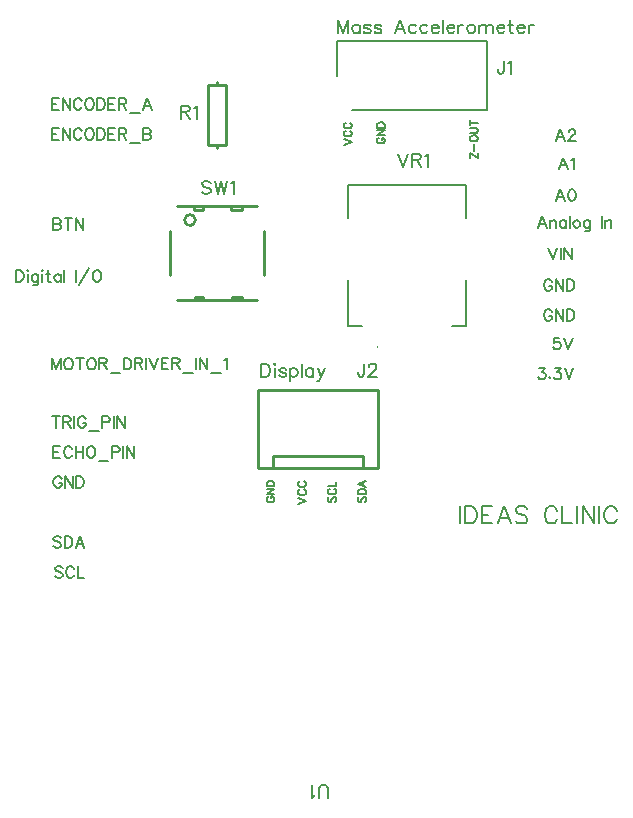
<source format=gto>
G04 Layer: TopSilkscreenLayer*
G04 EasyEDA v6.5.50, 2025-07-31 09:17:27*
G04 a04e246fe33543dbb79078118b7d9401,9fc561ef3718428cb41126dab8e1c2a1,10*
G04 Gerber Generator version 0.2*
G04 Scale: 100 percent, Rotated: No, Reflected: No *
G04 Dimensions in millimeters *
G04 leading zeros omitted , absolute positions ,4 integer and 5 decimal *
%FSLAX45Y45*%
%MOMM*%

%ADD10C,0.2032*%
%ADD11C,0.1520*%
%ADD12C,0.1524*%
%ADD13C,0.1999*%
%ADD14C,0.2540*%
%ADD15C,0.1001*%
%ADD16C,0.0160*%

%LPD*%
D10*
X4572000Y-7938515D02*
G01*
X4572000Y-8081771D01*
X4616958Y-7938515D02*
G01*
X4616958Y-8081771D01*
X4616958Y-7938515D02*
G01*
X4664709Y-7938515D01*
X4685284Y-7945373D01*
X4698745Y-7959089D01*
X4705604Y-7972552D01*
X4712461Y-7993126D01*
X4712461Y-8027162D01*
X4705604Y-8047736D01*
X4698745Y-8061197D01*
X4685284Y-8074913D01*
X4664709Y-8081771D01*
X4616958Y-8081771D01*
X4757420Y-7938515D02*
G01*
X4757420Y-8081771D01*
X4757420Y-7938515D02*
G01*
X4846065Y-7938515D01*
X4757420Y-8006842D02*
G01*
X4812029Y-8006842D01*
X4757420Y-8081771D02*
G01*
X4846065Y-8081771D01*
X4945634Y-7938515D02*
G01*
X4891024Y-8081771D01*
X4945634Y-7938515D02*
G01*
X5000243Y-8081771D01*
X4911597Y-8034020D02*
G01*
X4979670Y-8034020D01*
X5140706Y-7959089D02*
G01*
X5126990Y-7945373D01*
X5106670Y-7938515D01*
X5079238Y-7938515D01*
X5058918Y-7945373D01*
X5045202Y-7959089D01*
X5045202Y-7972552D01*
X5052059Y-7986268D01*
X5058918Y-7993126D01*
X5072379Y-7999984D01*
X5113274Y-8013445D01*
X5126990Y-8020304D01*
X5133847Y-8027162D01*
X5140706Y-8040878D01*
X5140706Y-8061197D01*
X5126990Y-8074913D01*
X5106670Y-8081771D01*
X5079238Y-8081771D01*
X5058918Y-8074913D01*
X5045202Y-8061197D01*
X5392927Y-7972552D02*
G01*
X5386070Y-7959089D01*
X5372354Y-7945373D01*
X5358891Y-7938515D01*
X5331459Y-7938515D01*
X5317997Y-7945373D01*
X5304281Y-7959089D01*
X5297424Y-7972552D01*
X5290565Y-7993126D01*
X5290565Y-8027162D01*
X5297424Y-8047736D01*
X5304281Y-8061197D01*
X5317997Y-8074913D01*
X5331459Y-8081771D01*
X5358891Y-8081771D01*
X5372354Y-8074913D01*
X5386070Y-8061197D01*
X5392927Y-8047736D01*
X5437886Y-7938515D02*
G01*
X5437886Y-8081771D01*
X5437886Y-8081771D02*
G01*
X5519674Y-8081771D01*
X5564631Y-7938515D02*
G01*
X5564631Y-8081771D01*
X5609843Y-7938515D02*
G01*
X5609843Y-8081771D01*
X5609843Y-7938515D02*
G01*
X5705093Y-8081771D01*
X5705093Y-7938515D02*
G01*
X5705093Y-8081771D01*
X5750306Y-7938515D02*
G01*
X5750306Y-8081771D01*
X5897372Y-7972552D02*
G01*
X5890513Y-7959089D01*
X5877052Y-7945373D01*
X5863336Y-7938515D01*
X5836158Y-7938515D01*
X5822441Y-7945373D01*
X5808725Y-7959089D01*
X5802122Y-7972552D01*
X5795263Y-7993126D01*
X5795263Y-8027162D01*
X5802122Y-8047736D01*
X5808725Y-8061197D01*
X5822441Y-8074913D01*
X5836158Y-8081771D01*
X5863336Y-8081771D01*
X5877052Y-8074913D01*
X5890513Y-8061197D01*
X5897372Y-8047736D01*
X2950806Y-7853464D02*
G01*
X2944202Y-7856766D01*
X2937852Y-7863116D01*
X2934804Y-7869466D01*
X2934804Y-7882166D01*
X2937852Y-7888516D01*
X2944202Y-7894866D01*
X2950806Y-7897914D01*
X2960204Y-7901216D01*
X2976206Y-7901216D01*
X2985604Y-7897914D01*
X2991954Y-7894866D01*
X2998304Y-7888516D01*
X3001606Y-7882166D01*
X3001606Y-7869466D01*
X2998304Y-7863116D01*
X2991954Y-7856766D01*
X2985604Y-7853464D01*
X2976206Y-7853464D01*
X2976206Y-7869466D02*
G01*
X2976206Y-7853464D01*
X2934804Y-7832382D02*
G01*
X3001606Y-7832382D01*
X2934804Y-7832382D02*
G01*
X3001606Y-7787932D01*
X2934804Y-7787932D02*
G01*
X3001606Y-7787932D01*
X2934804Y-7766850D02*
G01*
X3001606Y-7766850D01*
X2934804Y-7766850D02*
G01*
X2934804Y-7744752D01*
X2937852Y-7735100D01*
X2944202Y-7728750D01*
X2950806Y-7725702D01*
X2960204Y-7722400D01*
X2976206Y-7722400D01*
X2985604Y-7725702D01*
X2991954Y-7728750D01*
X2998304Y-7735100D01*
X3001606Y-7744752D01*
X3001606Y-7766850D01*
X3201504Y-7913916D02*
G01*
X3268306Y-7888516D01*
X3201504Y-7863116D02*
G01*
X3268306Y-7888516D01*
X3217506Y-7794282D02*
G01*
X3210902Y-7797584D01*
X3204552Y-7803934D01*
X3201504Y-7810284D01*
X3201504Y-7822984D01*
X3204552Y-7829334D01*
X3210902Y-7835684D01*
X3217506Y-7838732D01*
X3226904Y-7842034D01*
X3242906Y-7842034D01*
X3252304Y-7838732D01*
X3258654Y-7835684D01*
X3265004Y-7829334D01*
X3268306Y-7822984D01*
X3268306Y-7810284D01*
X3265004Y-7803934D01*
X3258654Y-7797584D01*
X3252304Y-7794282D01*
X3217506Y-7725448D02*
G01*
X3210902Y-7728750D01*
X3204552Y-7735100D01*
X3201504Y-7741450D01*
X3201504Y-7754150D01*
X3204552Y-7760500D01*
X3210902Y-7766850D01*
X3217506Y-7770152D01*
X3226904Y-7773200D01*
X3242906Y-7773200D01*
X3252304Y-7770152D01*
X3258654Y-7766850D01*
X3265004Y-7760500D01*
X3268306Y-7754150D01*
X3268306Y-7741450D01*
X3265004Y-7735100D01*
X3258654Y-7728750D01*
X3252304Y-7725448D01*
X3464902Y-7856766D02*
G01*
X3458552Y-7863116D01*
X3455504Y-7872514D01*
X3455504Y-7885214D01*
X3458552Y-7894866D01*
X3464902Y-7901216D01*
X3471506Y-7901216D01*
X3477856Y-7897914D01*
X3480904Y-7894866D01*
X3484206Y-7888516D01*
X3490556Y-7869466D01*
X3493604Y-7863116D01*
X3496906Y-7859814D01*
X3503256Y-7856766D01*
X3512654Y-7856766D01*
X3519004Y-7863116D01*
X3522306Y-7872514D01*
X3522306Y-7885214D01*
X3519004Y-7894866D01*
X3512654Y-7901216D01*
X3471506Y-7787932D02*
G01*
X3464902Y-7791234D01*
X3458552Y-7797584D01*
X3455504Y-7803934D01*
X3455504Y-7816634D01*
X3458552Y-7822984D01*
X3464902Y-7829334D01*
X3471506Y-7832382D01*
X3480904Y-7835684D01*
X3496906Y-7835684D01*
X3506304Y-7832382D01*
X3512654Y-7829334D01*
X3519004Y-7822984D01*
X3522306Y-7816634D01*
X3522306Y-7803934D01*
X3519004Y-7797584D01*
X3512654Y-7791234D01*
X3506304Y-7787932D01*
X3455504Y-7766850D02*
G01*
X3522306Y-7766850D01*
X3522306Y-7766850D02*
G01*
X3522306Y-7728750D01*
X3718902Y-7856766D02*
G01*
X3712552Y-7863116D01*
X3709504Y-7872514D01*
X3709504Y-7885214D01*
X3712552Y-7894866D01*
X3718902Y-7901216D01*
X3725506Y-7901216D01*
X3731856Y-7897914D01*
X3734904Y-7894866D01*
X3738206Y-7888516D01*
X3744556Y-7869466D01*
X3747604Y-7863116D01*
X3750906Y-7859814D01*
X3757256Y-7856766D01*
X3766654Y-7856766D01*
X3773004Y-7863116D01*
X3776306Y-7872514D01*
X3776306Y-7885214D01*
X3773004Y-7894866D01*
X3766654Y-7901216D01*
X3709504Y-7835684D02*
G01*
X3776306Y-7835684D01*
X3709504Y-7835684D02*
G01*
X3709504Y-7813332D01*
X3712552Y-7803934D01*
X3718902Y-7797584D01*
X3725506Y-7794282D01*
X3734904Y-7791234D01*
X3750906Y-7791234D01*
X3760304Y-7794282D01*
X3766654Y-7797584D01*
X3773004Y-7803934D01*
X3776306Y-7813332D01*
X3776306Y-7835684D01*
X3709504Y-7744752D02*
G01*
X3776306Y-7770152D01*
X3709504Y-7744752D02*
G01*
X3776306Y-7719098D01*
X3753954Y-7760500D02*
G01*
X3753954Y-7728750D01*
X3588613Y-4876805D02*
G01*
X3655415Y-4851405D01*
X3588613Y-4826005D02*
G01*
X3655415Y-4851405D01*
X3604615Y-4757171D02*
G01*
X3598011Y-4760473D01*
X3591661Y-4766823D01*
X3588613Y-4773173D01*
X3588613Y-4785873D01*
X3591661Y-4792223D01*
X3598011Y-4798573D01*
X3604615Y-4801621D01*
X3614013Y-4804923D01*
X3630015Y-4804923D01*
X3639413Y-4801621D01*
X3645763Y-4798573D01*
X3652113Y-4792223D01*
X3655415Y-4785873D01*
X3655415Y-4773173D01*
X3652113Y-4766823D01*
X3645763Y-4760473D01*
X3639413Y-4757171D01*
X3604615Y-4688337D02*
G01*
X3598011Y-4691639D01*
X3591661Y-4697989D01*
X3588613Y-4704339D01*
X3588613Y-4717039D01*
X3591661Y-4723389D01*
X3598011Y-4729739D01*
X3604615Y-4733041D01*
X3614013Y-4736089D01*
X3630015Y-4736089D01*
X3639413Y-4733041D01*
X3645763Y-4729739D01*
X3652113Y-4723389D01*
X3655415Y-4717039D01*
X3655415Y-4704339D01*
X3652113Y-4697989D01*
X3645763Y-4691639D01*
X3639413Y-4688337D01*
X3884015Y-4816353D02*
G01*
X3877411Y-4819655D01*
X3871061Y-4826005D01*
X3868013Y-4832355D01*
X3868013Y-4845055D01*
X3871061Y-4851405D01*
X3877411Y-4857755D01*
X3884015Y-4860803D01*
X3893413Y-4864105D01*
X3909415Y-4864105D01*
X3918813Y-4860803D01*
X3925163Y-4857755D01*
X3931513Y-4851405D01*
X3934815Y-4845055D01*
X3934815Y-4832355D01*
X3931513Y-4826005D01*
X3925163Y-4819655D01*
X3918813Y-4816353D01*
X3909415Y-4816353D01*
X3909415Y-4832355D02*
G01*
X3909415Y-4816353D01*
X3868013Y-4795271D02*
G01*
X3934815Y-4795271D01*
X3868013Y-4795271D02*
G01*
X3934815Y-4750821D01*
X3868013Y-4750821D02*
G01*
X3934815Y-4750821D01*
X3868013Y-4729739D02*
G01*
X3934815Y-4729739D01*
X3868013Y-4729739D02*
G01*
X3868013Y-4707641D01*
X3871061Y-4697989D01*
X3877411Y-4691639D01*
X3884015Y-4688591D01*
X3893413Y-4685289D01*
X3909415Y-4685289D01*
X3918813Y-4688591D01*
X3925163Y-4691639D01*
X3931513Y-4697989D01*
X3934815Y-4707641D01*
X3934815Y-4729739D01*
X4655413Y-4946655D02*
G01*
X4722215Y-4991105D01*
X4655413Y-4991105D02*
G01*
X4655413Y-4946655D01*
X4722215Y-4991105D02*
G01*
X4722215Y-4946655D01*
X4693513Y-4925573D02*
G01*
X4693513Y-4868169D01*
X4655413Y-4828291D02*
G01*
X4658461Y-4834641D01*
X4664811Y-4840991D01*
X4671415Y-4844039D01*
X4680813Y-4847341D01*
X4696815Y-4847341D01*
X4706213Y-4844039D01*
X4712563Y-4840991D01*
X4718913Y-4834641D01*
X4722215Y-4828291D01*
X4722215Y-4815591D01*
X4718913Y-4808987D01*
X4712563Y-4802637D01*
X4706213Y-4799589D01*
X4696815Y-4796287D01*
X4680813Y-4796287D01*
X4671415Y-4799589D01*
X4664811Y-4802637D01*
X4658461Y-4808987D01*
X4655413Y-4815591D01*
X4655413Y-4828291D01*
X4655413Y-4775459D02*
G01*
X4703165Y-4775459D01*
X4712563Y-4772157D01*
X4718913Y-4765807D01*
X4722215Y-4756409D01*
X4722215Y-4749805D01*
X4718913Y-4740407D01*
X4712563Y-4734057D01*
X4703165Y-4730755D01*
X4655413Y-4730755D01*
X4655413Y-4687575D02*
G01*
X4722215Y-4687575D01*
X4655413Y-4709927D02*
G01*
X4655413Y-4665223D01*
D11*
X2891116Y-6731800D02*
G01*
X2891116Y-6840766D01*
X2891116Y-6731800D02*
G01*
X2927438Y-6731800D01*
X2943186Y-6736880D01*
X2953346Y-6747294D01*
X2958680Y-6757708D01*
X2963760Y-6773456D01*
X2963760Y-6799364D01*
X2958680Y-6814858D01*
X2953346Y-6825272D01*
X2943186Y-6835686D01*
X2927438Y-6840766D01*
X2891116Y-6840766D01*
X2998050Y-6731800D02*
G01*
X3003384Y-6736880D01*
X3008464Y-6731800D01*
X3003384Y-6726466D01*
X2998050Y-6731800D01*
X3003384Y-6768122D02*
G01*
X3003384Y-6840766D01*
X3099904Y-6783616D02*
G01*
X3094824Y-6773456D01*
X3079076Y-6768122D01*
X3063582Y-6768122D01*
X3048088Y-6773456D01*
X3042754Y-6783616D01*
X3048088Y-6794030D01*
X3058502Y-6799364D01*
X3084410Y-6804444D01*
X3094824Y-6809778D01*
X3099904Y-6820192D01*
X3099904Y-6825272D01*
X3094824Y-6835686D01*
X3079076Y-6840766D01*
X3063582Y-6840766D01*
X3048088Y-6835686D01*
X3042754Y-6825272D01*
X3134194Y-6768122D02*
G01*
X3134194Y-6877342D01*
X3134194Y-6783616D02*
G01*
X3144608Y-6773456D01*
X3155022Y-6768122D01*
X3170516Y-6768122D01*
X3180930Y-6773456D01*
X3191344Y-6783616D01*
X3196678Y-6799364D01*
X3196678Y-6809778D01*
X3191344Y-6825272D01*
X3180930Y-6835686D01*
X3170516Y-6840766D01*
X3155022Y-6840766D01*
X3144608Y-6835686D01*
X3134194Y-6825272D01*
X3230968Y-6731800D02*
G01*
X3230968Y-6840766D01*
X3327488Y-6768122D02*
G01*
X3327488Y-6840766D01*
X3327488Y-6783616D02*
G01*
X3317074Y-6773456D01*
X3306660Y-6768122D01*
X3291166Y-6768122D01*
X3280752Y-6773456D01*
X3270338Y-6783616D01*
X3265258Y-6799364D01*
X3265258Y-6809778D01*
X3270338Y-6825272D01*
X3280752Y-6835686D01*
X3291166Y-6840766D01*
X3306660Y-6840766D01*
X3317074Y-6835686D01*
X3327488Y-6825272D01*
X3367112Y-6768122D02*
G01*
X3398100Y-6840766D01*
X3429342Y-6768122D02*
G01*
X3398100Y-6840766D01*
X3387686Y-6861594D01*
X3377526Y-6872008D01*
X3367112Y-6877342D01*
X3361778Y-6877342D01*
X3543300Y-3821689D02*
G01*
X3543300Y-3930655D01*
X3543300Y-3821689D02*
G01*
X3584956Y-3930655D01*
X3626358Y-3821689D02*
G01*
X3584956Y-3930655D01*
X3626358Y-3821689D02*
G01*
X3626358Y-3930655D01*
X3723131Y-3858011D02*
G01*
X3723131Y-3930655D01*
X3723131Y-3873505D02*
G01*
X3712718Y-3863345D01*
X3702304Y-3858011D01*
X3686809Y-3858011D01*
X3676395Y-3863345D01*
X3665981Y-3873505D01*
X3660647Y-3889253D01*
X3660647Y-3899667D01*
X3665981Y-3915161D01*
X3676395Y-3925575D01*
X3686809Y-3930655D01*
X3702304Y-3930655D01*
X3712718Y-3925575D01*
X3723131Y-3915161D01*
X3814572Y-3873505D02*
G01*
X3809238Y-3863345D01*
X3793743Y-3858011D01*
X3778250Y-3858011D01*
X3762502Y-3863345D01*
X3757422Y-3873505D01*
X3762502Y-3883919D01*
X3772915Y-3889253D01*
X3798824Y-3894333D01*
X3809238Y-3899667D01*
X3814572Y-3910081D01*
X3814572Y-3915161D01*
X3809238Y-3925575D01*
X3793743Y-3930655D01*
X3778250Y-3930655D01*
X3762502Y-3925575D01*
X3757422Y-3915161D01*
X3906011Y-3873505D02*
G01*
X3900677Y-3863345D01*
X3885184Y-3858011D01*
X3869690Y-3858011D01*
X3853941Y-3863345D01*
X3848861Y-3873505D01*
X3853941Y-3883919D01*
X3864356Y-3889253D01*
X3890263Y-3894333D01*
X3900677Y-3899667D01*
X3906011Y-3910081D01*
X3906011Y-3915161D01*
X3900677Y-3925575D01*
X3885184Y-3930655D01*
X3869690Y-3930655D01*
X3853941Y-3925575D01*
X3848861Y-3915161D01*
X4061713Y-3821689D02*
G01*
X4020311Y-3930655D01*
X4061713Y-3821689D02*
G01*
X4103370Y-3930655D01*
X4035806Y-3894333D02*
G01*
X4087875Y-3894333D01*
X4199890Y-3873505D02*
G01*
X4189729Y-3863345D01*
X4179315Y-3858011D01*
X4163568Y-3858011D01*
X4153154Y-3863345D01*
X4142740Y-3873505D01*
X4137659Y-3889253D01*
X4137659Y-3899667D01*
X4142740Y-3915161D01*
X4153154Y-3925575D01*
X4163568Y-3930655D01*
X4179315Y-3930655D01*
X4189729Y-3925575D01*
X4199890Y-3915161D01*
X4296663Y-3873505D02*
G01*
X4286250Y-3863345D01*
X4275836Y-3858011D01*
X4260341Y-3858011D01*
X4249927Y-3863345D01*
X4239513Y-3873505D01*
X4234179Y-3889253D01*
X4234179Y-3899667D01*
X4239513Y-3915161D01*
X4249927Y-3925575D01*
X4260341Y-3930655D01*
X4275836Y-3930655D01*
X4286250Y-3925575D01*
X4296663Y-3915161D01*
X4330954Y-3889253D02*
G01*
X4393184Y-3889253D01*
X4393184Y-3878839D01*
X4388104Y-3868425D01*
X4382770Y-3863345D01*
X4372609Y-3858011D01*
X4356861Y-3858011D01*
X4346447Y-3863345D01*
X4336034Y-3873505D01*
X4330954Y-3889253D01*
X4330954Y-3899667D01*
X4336034Y-3915161D01*
X4346447Y-3925575D01*
X4356861Y-3930655D01*
X4372609Y-3930655D01*
X4382770Y-3925575D01*
X4393184Y-3915161D01*
X4427474Y-3821689D02*
G01*
X4427474Y-3930655D01*
X4461763Y-3889253D02*
G01*
X4524247Y-3889253D01*
X4524247Y-3878839D01*
X4518913Y-3868425D01*
X4513834Y-3863345D01*
X4503420Y-3858011D01*
X4487925Y-3858011D01*
X4477511Y-3863345D01*
X4467097Y-3873505D01*
X4461763Y-3889253D01*
X4461763Y-3899667D01*
X4467097Y-3915161D01*
X4477511Y-3925575D01*
X4487925Y-3930655D01*
X4503420Y-3930655D01*
X4513834Y-3925575D01*
X4524247Y-3915161D01*
X4558538Y-3858011D02*
G01*
X4558538Y-3930655D01*
X4558538Y-3889253D02*
G01*
X4563618Y-3873505D01*
X4574031Y-3863345D01*
X4584445Y-3858011D01*
X4599940Y-3858011D01*
X4660391Y-3858011D02*
G01*
X4649977Y-3863345D01*
X4639563Y-3873505D01*
X4634229Y-3889253D01*
X4634229Y-3899667D01*
X4639563Y-3915161D01*
X4649977Y-3925575D01*
X4660391Y-3930655D01*
X4675886Y-3930655D01*
X4686300Y-3925575D01*
X4696713Y-3915161D01*
X4701793Y-3899667D01*
X4701793Y-3889253D01*
X4696713Y-3873505D01*
X4686300Y-3863345D01*
X4675886Y-3858011D01*
X4660391Y-3858011D01*
X4736084Y-3858011D02*
G01*
X4736084Y-3930655D01*
X4736084Y-3878839D02*
G01*
X4751831Y-3863345D01*
X4762245Y-3858011D01*
X4777740Y-3858011D01*
X4788154Y-3863345D01*
X4793234Y-3878839D01*
X4793234Y-3930655D01*
X4793234Y-3878839D02*
G01*
X4808981Y-3863345D01*
X4819395Y-3858011D01*
X4834890Y-3858011D01*
X4845304Y-3863345D01*
X4850384Y-3878839D01*
X4850384Y-3930655D01*
X4884674Y-3889253D02*
G01*
X4947158Y-3889253D01*
X4947158Y-3878839D01*
X4941824Y-3868425D01*
X4936743Y-3863345D01*
X4926329Y-3858011D01*
X4910836Y-3858011D01*
X4900422Y-3863345D01*
X4890008Y-3873505D01*
X4884674Y-3889253D01*
X4884674Y-3899667D01*
X4890008Y-3915161D01*
X4900422Y-3925575D01*
X4910836Y-3930655D01*
X4926329Y-3930655D01*
X4936743Y-3925575D01*
X4947158Y-3915161D01*
X4996941Y-3821689D02*
G01*
X4996941Y-3910081D01*
X5002275Y-3925575D01*
X5012690Y-3930655D01*
X5022850Y-3930655D01*
X4981447Y-3858011D02*
G01*
X5017770Y-3858011D01*
X5057140Y-3889253D02*
G01*
X5119624Y-3889253D01*
X5119624Y-3878839D01*
X5114290Y-3868425D01*
X5109209Y-3863345D01*
X5098795Y-3858011D01*
X5083302Y-3858011D01*
X5072888Y-3863345D01*
X5062474Y-3873505D01*
X5057140Y-3889253D01*
X5057140Y-3899667D01*
X5062474Y-3915161D01*
X5072888Y-3925575D01*
X5083302Y-3930655D01*
X5098795Y-3930655D01*
X5109209Y-3925575D01*
X5119624Y-3915161D01*
X5153913Y-3858011D02*
G01*
X5153913Y-3930655D01*
X5153913Y-3889253D02*
G01*
X5158993Y-3873505D01*
X5169408Y-3863345D01*
X5179822Y-3858011D01*
X5195570Y-3858011D01*
D12*
X3454400Y-10403331D02*
G01*
X3454400Y-10325354D01*
X3449320Y-10309860D01*
X3438906Y-10299445D01*
X3423158Y-10294365D01*
X3412743Y-10294365D01*
X3397250Y-10299445D01*
X3386836Y-10309860D01*
X3381756Y-10325354D01*
X3381756Y-10403331D01*
X3347465Y-10382504D02*
G01*
X3337052Y-10387837D01*
X3321304Y-10403331D01*
X3321304Y-10294365D01*
X1206754Y-8459724D02*
G01*
X1197610Y-8450834D01*
X1183894Y-8446262D01*
X1165605Y-8446262D01*
X1152144Y-8450834D01*
X1143000Y-8459724D01*
X1143000Y-8468868D01*
X1147571Y-8478012D01*
X1152144Y-8482584D01*
X1161287Y-8487155D01*
X1188465Y-8496300D01*
X1197610Y-8500618D01*
X1202181Y-8505189D01*
X1206754Y-8514334D01*
X1206754Y-8528050D01*
X1197610Y-8537194D01*
X1183894Y-8541765D01*
X1165605Y-8541765D01*
X1152144Y-8537194D01*
X1143000Y-8528050D01*
X1304797Y-8468868D02*
G01*
X1300226Y-8459724D01*
X1291081Y-8450834D01*
X1282192Y-8446262D01*
X1263904Y-8446262D01*
X1254760Y-8450834D01*
X1245615Y-8459724D01*
X1241297Y-8468868D01*
X1236726Y-8482584D01*
X1236726Y-8505189D01*
X1241297Y-8518905D01*
X1245615Y-8528050D01*
X1254760Y-8537194D01*
X1263904Y-8541765D01*
X1282192Y-8541765D01*
X1291081Y-8537194D01*
X1300226Y-8528050D01*
X1304797Y-8518905D01*
X1334770Y-8446262D02*
G01*
X1334770Y-8541765D01*
X1334770Y-8541765D02*
G01*
X1389379Y-8541765D01*
X1194054Y-8205723D02*
G01*
X1184910Y-8196834D01*
X1171194Y-8192262D01*
X1152905Y-8192262D01*
X1139444Y-8196834D01*
X1130300Y-8205723D01*
X1130300Y-8214868D01*
X1134871Y-8224012D01*
X1139444Y-8228584D01*
X1148587Y-8233155D01*
X1175765Y-8242300D01*
X1184910Y-8246618D01*
X1189481Y-8251189D01*
X1194054Y-8260334D01*
X1194054Y-8274050D01*
X1184910Y-8283194D01*
X1171194Y-8287765D01*
X1152905Y-8287765D01*
X1139444Y-8283194D01*
X1130300Y-8274050D01*
X1224026Y-8192262D02*
G01*
X1224026Y-8287765D01*
X1224026Y-8192262D02*
G01*
X1255776Y-8192262D01*
X1269492Y-8196834D01*
X1278381Y-8205723D01*
X1282954Y-8214868D01*
X1287526Y-8228584D01*
X1287526Y-8251189D01*
X1282954Y-8264905D01*
X1278381Y-8274050D01*
X1269492Y-8283194D01*
X1255776Y-8287765D01*
X1224026Y-8287765D01*
X1353820Y-8192262D02*
G01*
X1317497Y-8287765D01*
X1353820Y-8192262D02*
G01*
X1390395Y-8287765D01*
X1331213Y-8255762D02*
G01*
X1376679Y-8255762D01*
X1130300Y-7430262D02*
G01*
X1130300Y-7525765D01*
X1130300Y-7430262D02*
G01*
X1189481Y-7430262D01*
X1130300Y-7475728D02*
G01*
X1166621Y-7475728D01*
X1130300Y-7525765D02*
G01*
X1189481Y-7525765D01*
X1287526Y-7452868D02*
G01*
X1282954Y-7443723D01*
X1273810Y-7434834D01*
X1264920Y-7430262D01*
X1246631Y-7430262D01*
X1237487Y-7434834D01*
X1228597Y-7443723D01*
X1224026Y-7452868D01*
X1219454Y-7466584D01*
X1219454Y-7489189D01*
X1224026Y-7502905D01*
X1228597Y-7512050D01*
X1237487Y-7521194D01*
X1246631Y-7525765D01*
X1264920Y-7525765D01*
X1273810Y-7521194D01*
X1282954Y-7512050D01*
X1287526Y-7502905D01*
X1317497Y-7430262D02*
G01*
X1317497Y-7525765D01*
X1381252Y-7430262D02*
G01*
X1381252Y-7525765D01*
X1317497Y-7475728D02*
G01*
X1381252Y-7475728D01*
X1438402Y-7430262D02*
G01*
X1429512Y-7434834D01*
X1420368Y-7443723D01*
X1415795Y-7452868D01*
X1411223Y-7466584D01*
X1411223Y-7489189D01*
X1415795Y-7502905D01*
X1420368Y-7512050D01*
X1429512Y-7521194D01*
X1438402Y-7525765D01*
X1456689Y-7525765D01*
X1465834Y-7521194D01*
X1474723Y-7512050D01*
X1479295Y-7502905D01*
X1483868Y-7489189D01*
X1483868Y-7466584D01*
X1479295Y-7452868D01*
X1474723Y-7443723D01*
X1465834Y-7434834D01*
X1456689Y-7430262D01*
X1438402Y-7430262D01*
X1513839Y-7557515D02*
G01*
X1595628Y-7557515D01*
X1625854Y-7430262D02*
G01*
X1625854Y-7525765D01*
X1625854Y-7430262D02*
G01*
X1666747Y-7430262D01*
X1680210Y-7434834D01*
X1684781Y-7439405D01*
X1689354Y-7448295D01*
X1689354Y-7462012D01*
X1684781Y-7471155D01*
X1680210Y-7475728D01*
X1666747Y-7480300D01*
X1625854Y-7480300D01*
X1719326Y-7430262D02*
G01*
X1719326Y-7525765D01*
X1749297Y-7430262D02*
G01*
X1749297Y-7525765D01*
X1749297Y-7430262D02*
G01*
X1813052Y-7525765D01*
X1813052Y-7430262D02*
G01*
X1813052Y-7525765D01*
X1149350Y-7176262D02*
G01*
X1149350Y-7271765D01*
X1117600Y-7176262D02*
G01*
X1181354Y-7176262D01*
X1211326Y-7176262D02*
G01*
X1211326Y-7271765D01*
X1211326Y-7176262D02*
G01*
X1252220Y-7176262D01*
X1265681Y-7180834D01*
X1270254Y-7185405D01*
X1274826Y-7194295D01*
X1274826Y-7203439D01*
X1270254Y-7212584D01*
X1265681Y-7217155D01*
X1252220Y-7221728D01*
X1211326Y-7221728D01*
X1243076Y-7221728D02*
G01*
X1274826Y-7271765D01*
X1304797Y-7176262D02*
G01*
X1304797Y-7271765D01*
X1403095Y-7198868D02*
G01*
X1398523Y-7189723D01*
X1389379Y-7180834D01*
X1380236Y-7176262D01*
X1362202Y-7176262D01*
X1353057Y-7180834D01*
X1343913Y-7189723D01*
X1339342Y-7198868D01*
X1334770Y-7212584D01*
X1334770Y-7235189D01*
X1339342Y-7248905D01*
X1343913Y-7258050D01*
X1353057Y-7267194D01*
X1362202Y-7271765D01*
X1380236Y-7271765D01*
X1389379Y-7267194D01*
X1398523Y-7258050D01*
X1403095Y-7248905D01*
X1403095Y-7235189D01*
X1380236Y-7235189D02*
G01*
X1403095Y-7235189D01*
X1433068Y-7303515D02*
G01*
X1514855Y-7303515D01*
X1544828Y-7176262D02*
G01*
X1544828Y-7271765D01*
X1544828Y-7176262D02*
G01*
X1585721Y-7176262D01*
X1599437Y-7180834D01*
X1604010Y-7185405D01*
X1608581Y-7194295D01*
X1608581Y-7208012D01*
X1604010Y-7217155D01*
X1599437Y-7221728D01*
X1585721Y-7226300D01*
X1544828Y-7226300D01*
X1638554Y-7176262D02*
G01*
X1638554Y-7271765D01*
X1668526Y-7176262D02*
G01*
X1668526Y-7271765D01*
X1668526Y-7176262D02*
G01*
X1732026Y-7271765D01*
X1732026Y-7176262D02*
G01*
X1732026Y-7271765D01*
X1117600Y-6680962D02*
G01*
X1117600Y-6776465D01*
X1117600Y-6680962D02*
G01*
X1153921Y-6776465D01*
X1190244Y-6680962D02*
G01*
X1153921Y-6776465D01*
X1190244Y-6680962D02*
G01*
X1190244Y-6776465D01*
X1247647Y-6680962D02*
G01*
X1238504Y-6685534D01*
X1229360Y-6694423D01*
X1224787Y-6703568D01*
X1220215Y-6717284D01*
X1220215Y-6739889D01*
X1224787Y-6753605D01*
X1229360Y-6762750D01*
X1238504Y-6771894D01*
X1247647Y-6776465D01*
X1265681Y-6776465D01*
X1274826Y-6771894D01*
X1283970Y-6762750D01*
X1288542Y-6753605D01*
X1293113Y-6739889D01*
X1293113Y-6717284D01*
X1288542Y-6703568D01*
X1283970Y-6694423D01*
X1274826Y-6685534D01*
X1265681Y-6680962D01*
X1247647Y-6680962D01*
X1354836Y-6680962D02*
G01*
X1354836Y-6776465D01*
X1323086Y-6680962D02*
G01*
X1386586Y-6680962D01*
X1443989Y-6680962D02*
G01*
X1434845Y-6685534D01*
X1425702Y-6694423D01*
X1421129Y-6703568D01*
X1416812Y-6717284D01*
X1416812Y-6739889D01*
X1421129Y-6753605D01*
X1425702Y-6762750D01*
X1434845Y-6771894D01*
X1443989Y-6776465D01*
X1462023Y-6776465D01*
X1471168Y-6771894D01*
X1480312Y-6762750D01*
X1484884Y-6753605D01*
X1489455Y-6739889D01*
X1489455Y-6717284D01*
X1484884Y-6703568D01*
X1480312Y-6694423D01*
X1471168Y-6685534D01*
X1462023Y-6680962D01*
X1443989Y-6680962D01*
X1519428Y-6680962D02*
G01*
X1519428Y-6776465D01*
X1519428Y-6680962D02*
G01*
X1560321Y-6680962D01*
X1574037Y-6685534D01*
X1578610Y-6690105D01*
X1582928Y-6698995D01*
X1582928Y-6708139D01*
X1578610Y-6717284D01*
X1574037Y-6721855D01*
X1560321Y-6726428D01*
X1519428Y-6726428D01*
X1551178Y-6726428D02*
G01*
X1582928Y-6776465D01*
X1613154Y-6808215D02*
G01*
X1694942Y-6808215D01*
X1724913Y-6680962D02*
G01*
X1724913Y-6776465D01*
X1724913Y-6680962D02*
G01*
X1756663Y-6680962D01*
X1770379Y-6685534D01*
X1779523Y-6694423D01*
X1783842Y-6703568D01*
X1788413Y-6717284D01*
X1788413Y-6739889D01*
X1783842Y-6753605D01*
X1779523Y-6762750D01*
X1770379Y-6771894D01*
X1756663Y-6776465D01*
X1724913Y-6776465D01*
X1818386Y-6680962D02*
G01*
X1818386Y-6776465D01*
X1818386Y-6680962D02*
G01*
X1859534Y-6680962D01*
X1872995Y-6685534D01*
X1877568Y-6690105D01*
X1882139Y-6698995D01*
X1882139Y-6708139D01*
X1877568Y-6717284D01*
X1872995Y-6721855D01*
X1859534Y-6726428D01*
X1818386Y-6726428D01*
X1850389Y-6726428D02*
G01*
X1882139Y-6776465D01*
X1912112Y-6680962D02*
G01*
X1912112Y-6776465D01*
X1942084Y-6680962D02*
G01*
X1978406Y-6776465D01*
X2014981Y-6680962D02*
G01*
X1978406Y-6776465D01*
X2044954Y-6680962D02*
G01*
X2044954Y-6776465D01*
X2044954Y-6680962D02*
G01*
X2103881Y-6680962D01*
X2044954Y-6726428D02*
G01*
X2081275Y-6726428D01*
X2044954Y-6776465D02*
G01*
X2103881Y-6776465D01*
X2133854Y-6680962D02*
G01*
X2133854Y-6776465D01*
X2133854Y-6680962D02*
G01*
X2174747Y-6680962D01*
X2188463Y-6685534D01*
X2193036Y-6690105D01*
X2197608Y-6698995D01*
X2197608Y-6708139D01*
X2193036Y-6717284D01*
X2188463Y-6721855D01*
X2174747Y-6726428D01*
X2133854Y-6726428D01*
X2165858Y-6726428D02*
G01*
X2197608Y-6776465D01*
X2227579Y-6808215D02*
G01*
X2309368Y-6808215D01*
X2339340Y-6680962D02*
G01*
X2339340Y-6776465D01*
X2369311Y-6680962D02*
G01*
X2369311Y-6776465D01*
X2369311Y-6680962D02*
G01*
X2433065Y-6776465D01*
X2433065Y-6680962D02*
G01*
X2433065Y-6776465D01*
X2463038Y-6808215D02*
G01*
X2544825Y-6808215D01*
X2574797Y-6698995D02*
G01*
X2583941Y-6694423D01*
X2597658Y-6680962D01*
X2597658Y-6776465D01*
X1130300Y-5499862D02*
G01*
X1130300Y-5595365D01*
X1130300Y-5499862D02*
G01*
X1171194Y-5499862D01*
X1184910Y-5504434D01*
X1189481Y-5509005D01*
X1194054Y-5517895D01*
X1194054Y-5527039D01*
X1189481Y-5536184D01*
X1184910Y-5540755D01*
X1171194Y-5545328D01*
X1130300Y-5545328D02*
G01*
X1171194Y-5545328D01*
X1184910Y-5549900D01*
X1189481Y-5554218D01*
X1194054Y-5563362D01*
X1194054Y-5577078D01*
X1189481Y-5586221D01*
X1184910Y-5590794D01*
X1171194Y-5595365D01*
X1130300Y-5595365D01*
X1255776Y-5499862D02*
G01*
X1255776Y-5595365D01*
X1224026Y-5499862D02*
G01*
X1287526Y-5499862D01*
X1317497Y-5499862D02*
G01*
X1317497Y-5595365D01*
X1317497Y-5499862D02*
G01*
X1381252Y-5595365D01*
X1381252Y-5499862D02*
G01*
X1381252Y-5595365D01*
X1117600Y-4737862D02*
G01*
X1117600Y-4833365D01*
X1117600Y-4737862D02*
G01*
X1176781Y-4737862D01*
X1117600Y-4783328D02*
G01*
X1153921Y-4783328D01*
X1117600Y-4833365D02*
G01*
X1176781Y-4833365D01*
X1206754Y-4737862D02*
G01*
X1206754Y-4833365D01*
X1206754Y-4737862D02*
G01*
X1270254Y-4833365D01*
X1270254Y-4737862D02*
G01*
X1270254Y-4833365D01*
X1368552Y-4760468D02*
G01*
X1363979Y-4751323D01*
X1354836Y-4742434D01*
X1345692Y-4737862D01*
X1327657Y-4737862D01*
X1318513Y-4742434D01*
X1309370Y-4751323D01*
X1304797Y-4760468D01*
X1300226Y-4774184D01*
X1300226Y-4796789D01*
X1304797Y-4810505D01*
X1309370Y-4819650D01*
X1318513Y-4828794D01*
X1327657Y-4833365D01*
X1345692Y-4833365D01*
X1354836Y-4828794D01*
X1363979Y-4819650D01*
X1368552Y-4810505D01*
X1425702Y-4737862D02*
G01*
X1416812Y-4742434D01*
X1407668Y-4751323D01*
X1403095Y-4760468D01*
X1398523Y-4774184D01*
X1398523Y-4796789D01*
X1403095Y-4810505D01*
X1407668Y-4819650D01*
X1416812Y-4828794D01*
X1425702Y-4833365D01*
X1443989Y-4833365D01*
X1453134Y-4828794D01*
X1462023Y-4819650D01*
X1466595Y-4810505D01*
X1471168Y-4796789D01*
X1471168Y-4774184D01*
X1466595Y-4760468D01*
X1462023Y-4751323D01*
X1453134Y-4742434D01*
X1443989Y-4737862D01*
X1425702Y-4737862D01*
X1501139Y-4737862D02*
G01*
X1501139Y-4833365D01*
X1501139Y-4737862D02*
G01*
X1533144Y-4737862D01*
X1546605Y-4742434D01*
X1555750Y-4751323D01*
X1560321Y-4760468D01*
X1564894Y-4774184D01*
X1564894Y-4796789D01*
X1560321Y-4810505D01*
X1555750Y-4819650D01*
X1546605Y-4828794D01*
X1533144Y-4833365D01*
X1501139Y-4833365D01*
X1594865Y-4737862D02*
G01*
X1594865Y-4833365D01*
X1594865Y-4737862D02*
G01*
X1654047Y-4737862D01*
X1594865Y-4783328D02*
G01*
X1631187Y-4783328D01*
X1594865Y-4833365D02*
G01*
X1654047Y-4833365D01*
X1684020Y-4737862D02*
G01*
X1684020Y-4833365D01*
X1684020Y-4737862D02*
G01*
X1724913Y-4737862D01*
X1738629Y-4742434D01*
X1742947Y-4747005D01*
X1747520Y-4755895D01*
X1747520Y-4765039D01*
X1742947Y-4774184D01*
X1738629Y-4778755D01*
X1724913Y-4783328D01*
X1684020Y-4783328D01*
X1715770Y-4783328D02*
G01*
X1747520Y-4833365D01*
X1777492Y-4865115D02*
G01*
X1859534Y-4865115D01*
X1889505Y-4737862D02*
G01*
X1889505Y-4833365D01*
X1889505Y-4737862D02*
G01*
X1930400Y-4737862D01*
X1943861Y-4742434D01*
X1948434Y-4747005D01*
X1953006Y-4755895D01*
X1953006Y-4765039D01*
X1948434Y-4774184D01*
X1943861Y-4778755D01*
X1930400Y-4783328D01*
X1889505Y-4783328D02*
G01*
X1930400Y-4783328D01*
X1943861Y-4787900D01*
X1948434Y-4792218D01*
X1953006Y-4801362D01*
X1953006Y-4815078D01*
X1948434Y-4824221D01*
X1943861Y-4828794D01*
X1930400Y-4833365D01*
X1889505Y-4833365D01*
X1117600Y-4483862D02*
G01*
X1117600Y-4579365D01*
X1117600Y-4483862D02*
G01*
X1176781Y-4483862D01*
X1117600Y-4529328D02*
G01*
X1153921Y-4529328D01*
X1117600Y-4579365D02*
G01*
X1176781Y-4579365D01*
X1206754Y-4483862D02*
G01*
X1206754Y-4579365D01*
X1206754Y-4483862D02*
G01*
X1270254Y-4579365D01*
X1270254Y-4483862D02*
G01*
X1270254Y-4579365D01*
X1368552Y-4506468D02*
G01*
X1363979Y-4497323D01*
X1354836Y-4488434D01*
X1345692Y-4483862D01*
X1327657Y-4483862D01*
X1318513Y-4488434D01*
X1309370Y-4497323D01*
X1304797Y-4506468D01*
X1300226Y-4520184D01*
X1300226Y-4542789D01*
X1304797Y-4556505D01*
X1309370Y-4565650D01*
X1318513Y-4574794D01*
X1327657Y-4579365D01*
X1345692Y-4579365D01*
X1354836Y-4574794D01*
X1363979Y-4565650D01*
X1368552Y-4556505D01*
X1425702Y-4483862D02*
G01*
X1416812Y-4488434D01*
X1407668Y-4497323D01*
X1403095Y-4506468D01*
X1398523Y-4520184D01*
X1398523Y-4542789D01*
X1403095Y-4556505D01*
X1407668Y-4565650D01*
X1416812Y-4574794D01*
X1425702Y-4579365D01*
X1443989Y-4579365D01*
X1453134Y-4574794D01*
X1462023Y-4565650D01*
X1466595Y-4556505D01*
X1471168Y-4542789D01*
X1471168Y-4520184D01*
X1466595Y-4506468D01*
X1462023Y-4497323D01*
X1453134Y-4488434D01*
X1443989Y-4483862D01*
X1425702Y-4483862D01*
X1501139Y-4483862D02*
G01*
X1501139Y-4579365D01*
X1501139Y-4483862D02*
G01*
X1533144Y-4483862D01*
X1546605Y-4488434D01*
X1555750Y-4497323D01*
X1560321Y-4506468D01*
X1564894Y-4520184D01*
X1564894Y-4542789D01*
X1560321Y-4556505D01*
X1555750Y-4565650D01*
X1546605Y-4574794D01*
X1533144Y-4579365D01*
X1501139Y-4579365D01*
X1594865Y-4483862D02*
G01*
X1594865Y-4579365D01*
X1594865Y-4483862D02*
G01*
X1654047Y-4483862D01*
X1594865Y-4529328D02*
G01*
X1631187Y-4529328D01*
X1594865Y-4579365D02*
G01*
X1654047Y-4579365D01*
X1684020Y-4483862D02*
G01*
X1684020Y-4579365D01*
X1684020Y-4483862D02*
G01*
X1724913Y-4483862D01*
X1738629Y-4488434D01*
X1742947Y-4493005D01*
X1747520Y-4501895D01*
X1747520Y-4511039D01*
X1742947Y-4520184D01*
X1738629Y-4524755D01*
X1724913Y-4529328D01*
X1684020Y-4529328D01*
X1715770Y-4529328D02*
G01*
X1747520Y-4579365D01*
X1777492Y-4611115D02*
G01*
X1859534Y-4611115D01*
X1925828Y-4483862D02*
G01*
X1889505Y-4579365D01*
X1925828Y-4483862D02*
G01*
X1962150Y-4579365D01*
X1902968Y-4547362D02*
G01*
X1948434Y-4547362D01*
X812794Y-5939792D02*
G01*
X812794Y-6035296D01*
X812794Y-5939792D02*
G01*
X844544Y-5939792D01*
X858260Y-5944364D01*
X867404Y-5953508D01*
X871976Y-5962652D01*
X876548Y-5976114D01*
X876548Y-5998974D01*
X871976Y-6012690D01*
X867404Y-6021580D01*
X858260Y-6030724D01*
X844544Y-6035296D01*
X812794Y-6035296D01*
X906520Y-5939792D02*
G01*
X911092Y-5944364D01*
X915410Y-5939792D01*
X911092Y-5935220D01*
X906520Y-5939792D01*
X911092Y-5971796D02*
G01*
X911092Y-6035296D01*
X999992Y-5971796D02*
G01*
X999992Y-6044440D01*
X995420Y-6058156D01*
X991102Y-6062474D01*
X981958Y-6067046D01*
X968242Y-6067046D01*
X959098Y-6062474D01*
X999992Y-5985258D02*
G01*
X991102Y-5976114D01*
X981958Y-5971796D01*
X968242Y-5971796D01*
X959098Y-5976114D01*
X949954Y-5985258D01*
X945636Y-5998974D01*
X945636Y-6008118D01*
X949954Y-6021580D01*
X959098Y-6030724D01*
X968242Y-6035296D01*
X981958Y-6035296D01*
X991102Y-6030724D01*
X999992Y-6021580D01*
X1029964Y-5939792D02*
G01*
X1034536Y-5944364D01*
X1039108Y-5939792D01*
X1034536Y-5935220D01*
X1029964Y-5939792D01*
X1034536Y-5971796D02*
G01*
X1034536Y-6035296D01*
X1082796Y-5939792D02*
G01*
X1082796Y-6017008D01*
X1087368Y-6030724D01*
X1096512Y-6035296D01*
X1105402Y-6035296D01*
X1069080Y-5971796D02*
G01*
X1101084Y-5971796D01*
X1189984Y-5971796D02*
G01*
X1189984Y-6035296D01*
X1189984Y-5985258D02*
G01*
X1181094Y-5976114D01*
X1171950Y-5971796D01*
X1158234Y-5971796D01*
X1149090Y-5976114D01*
X1139946Y-5985258D01*
X1135628Y-5998974D01*
X1135628Y-6008118D01*
X1139946Y-6021580D01*
X1149090Y-6030724D01*
X1158234Y-6035296D01*
X1171950Y-6035296D01*
X1181094Y-6030724D01*
X1189984Y-6021580D01*
X1219956Y-5939792D02*
G01*
X1219956Y-6035296D01*
X1320032Y-5939792D02*
G01*
X1320032Y-6035296D01*
X1431792Y-5921758D02*
G01*
X1350004Y-6067046D01*
X1489196Y-5939792D02*
G01*
X1480052Y-5944364D01*
X1470908Y-5953508D01*
X1466336Y-5962652D01*
X1461764Y-5976114D01*
X1461764Y-5998974D01*
X1466336Y-6012690D01*
X1470908Y-6021580D01*
X1480052Y-6030724D01*
X1489196Y-6035296D01*
X1507230Y-6035296D01*
X1516374Y-6030724D01*
X1525518Y-6021580D01*
X1530090Y-6012690D01*
X1534662Y-5998974D01*
X1534662Y-5976114D01*
X1530090Y-5962652D01*
X1525518Y-5953508D01*
X1516374Y-5944364D01*
X1507230Y-5939792D01*
X1489196Y-5939792D01*
X5241543Y-6765289D02*
G01*
X5291581Y-6765289D01*
X5264150Y-6801612D01*
X5277865Y-6801612D01*
X5287009Y-6806184D01*
X5291581Y-6810755D01*
X5296154Y-6824471D01*
X5296154Y-6833615D01*
X5291581Y-6847078D01*
X5282438Y-6856221D01*
X5268722Y-6860794D01*
X5255006Y-6860794D01*
X5241543Y-6856221D01*
X5236972Y-6851650D01*
X5232400Y-6842505D01*
X5330697Y-6838187D02*
G01*
X5326125Y-6842505D01*
X5330697Y-6847078D01*
X5335015Y-6842505D01*
X5330697Y-6838187D01*
X5374131Y-6765289D02*
G01*
X5424170Y-6765289D01*
X5396991Y-6801612D01*
X5410708Y-6801612D01*
X5419597Y-6806184D01*
X5424170Y-6810755D01*
X5428741Y-6824471D01*
X5428741Y-6833615D01*
X5424170Y-6847078D01*
X5415025Y-6856221D01*
X5401563Y-6860794D01*
X5387847Y-6860794D01*
X5374131Y-6856221D01*
X5369559Y-6851650D01*
X5365241Y-6842505D01*
X5458713Y-6765289D02*
G01*
X5495036Y-6860794D01*
X5531611Y-6765289D02*
G01*
X5495036Y-6860794D01*
X5414009Y-6511289D02*
G01*
X5368543Y-6511289D01*
X5363972Y-6552184D01*
X5368543Y-6547612D01*
X5382006Y-6543294D01*
X5395722Y-6543294D01*
X5409438Y-6547612D01*
X5418581Y-6556755D01*
X5423154Y-6570471D01*
X5423154Y-6579615D01*
X5418581Y-6593078D01*
X5409438Y-6602221D01*
X5395722Y-6606794D01*
X5382006Y-6606794D01*
X5368543Y-6602221D01*
X5363972Y-6597650D01*
X5359400Y-6588505D01*
X5453125Y-6511289D02*
G01*
X5489447Y-6606794D01*
X5525770Y-6511289D02*
G01*
X5489447Y-6606794D01*
X5351272Y-6292850D02*
G01*
X5346954Y-6283705D01*
X5337809Y-6274562D01*
X5328665Y-6269989D01*
X5310377Y-6269989D01*
X5301488Y-6274562D01*
X5292343Y-6283705D01*
X5287772Y-6292850D01*
X5283200Y-6306312D01*
X5283200Y-6329171D01*
X5287772Y-6342887D01*
X5292343Y-6351778D01*
X5301488Y-6360921D01*
X5310377Y-6365494D01*
X5328665Y-6365494D01*
X5337809Y-6360921D01*
X5346954Y-6351778D01*
X5351272Y-6342887D01*
X5351272Y-6329171D01*
X5328665Y-6329171D02*
G01*
X5351272Y-6329171D01*
X5381497Y-6269989D02*
G01*
X5381497Y-6365494D01*
X5381497Y-6269989D02*
G01*
X5444997Y-6365494D01*
X5444997Y-6269989D02*
G01*
X5444997Y-6365494D01*
X5474970Y-6269989D02*
G01*
X5474970Y-6365494D01*
X5474970Y-6269989D02*
G01*
X5506720Y-6269989D01*
X5520436Y-6274562D01*
X5529579Y-6283705D01*
X5534152Y-6292850D01*
X5538724Y-6306312D01*
X5538724Y-6329171D01*
X5534152Y-6342887D01*
X5529579Y-6351778D01*
X5520436Y-6360921D01*
X5506720Y-6365494D01*
X5474970Y-6365494D01*
X5321300Y-5749289D02*
G01*
X5357622Y-5844794D01*
X5393943Y-5749289D02*
G01*
X5357622Y-5844794D01*
X5423915Y-5749289D02*
G01*
X5423915Y-5844794D01*
X5454141Y-5749289D02*
G01*
X5454141Y-5844794D01*
X5454141Y-5749289D02*
G01*
X5517641Y-5844794D01*
X5517641Y-5749289D02*
G01*
X5517641Y-5844794D01*
X5268722Y-5482587D02*
G01*
X5232400Y-5578091D01*
X5268722Y-5482587D02*
G01*
X5305043Y-5578091D01*
X5246115Y-5546341D02*
G01*
X5291581Y-5546341D01*
X5335015Y-5514591D02*
G01*
X5335015Y-5578091D01*
X5335015Y-5532625D02*
G01*
X5348731Y-5518909D01*
X5357875Y-5514591D01*
X5371591Y-5514591D01*
X5380481Y-5518909D01*
X5385054Y-5532625D01*
X5385054Y-5578091D01*
X5469636Y-5514591D02*
G01*
X5469636Y-5578091D01*
X5469636Y-5528053D02*
G01*
X5460491Y-5518909D01*
X5451602Y-5514591D01*
X5437886Y-5514591D01*
X5428741Y-5518909D01*
X5419597Y-5528053D01*
X5415025Y-5541769D01*
X5415025Y-5550913D01*
X5419597Y-5564375D01*
X5428741Y-5573519D01*
X5437886Y-5578091D01*
X5451602Y-5578091D01*
X5460491Y-5573519D01*
X5469636Y-5564375D01*
X5499608Y-5482587D02*
G01*
X5499608Y-5578091D01*
X5552440Y-5514591D02*
G01*
X5543295Y-5518909D01*
X5534152Y-5528053D01*
X5529579Y-5541769D01*
X5529579Y-5550913D01*
X5534152Y-5564375D01*
X5543295Y-5573519D01*
X5552440Y-5578091D01*
X5566156Y-5578091D01*
X5575045Y-5573519D01*
X5584190Y-5564375D01*
X5588761Y-5550913D01*
X5588761Y-5541769D01*
X5584190Y-5528053D01*
X5575045Y-5518909D01*
X5566156Y-5514591D01*
X5552440Y-5514591D01*
X5673343Y-5514591D02*
G01*
X5673343Y-5587235D01*
X5668772Y-5600951D01*
X5664200Y-5605269D01*
X5655056Y-5609841D01*
X5641593Y-5609841D01*
X5632450Y-5605269D01*
X5673343Y-5528053D02*
G01*
X5664200Y-5518909D01*
X5655056Y-5514591D01*
X5641593Y-5514591D01*
X5632450Y-5518909D01*
X5623306Y-5528053D01*
X5618734Y-5541769D01*
X5618734Y-5550913D01*
X5623306Y-5564375D01*
X5632450Y-5573519D01*
X5641593Y-5578091D01*
X5655056Y-5578091D01*
X5664200Y-5573519D01*
X5673343Y-5564375D01*
X5773420Y-5482587D02*
G01*
X5773420Y-5578091D01*
X5803391Y-5514591D02*
G01*
X5803391Y-5578091D01*
X5803391Y-5532625D02*
G01*
X5816854Y-5518909D01*
X5825997Y-5514591D01*
X5839713Y-5514591D01*
X5848858Y-5518909D01*
X5853429Y-5532625D01*
X5853429Y-5578091D01*
X5421124Y-5253989D02*
G01*
X5384802Y-5349494D01*
X5421124Y-5253989D02*
G01*
X5457446Y-5349494D01*
X5398518Y-5317744D02*
G01*
X5443984Y-5317744D01*
X5514850Y-5253989D02*
G01*
X5501134Y-5258562D01*
X5491990Y-5272278D01*
X5487418Y-5294884D01*
X5487418Y-5308600D01*
X5491990Y-5331205D01*
X5501134Y-5344921D01*
X5514850Y-5349494D01*
X5523994Y-5349494D01*
X5537456Y-5344921D01*
X5546600Y-5331205D01*
X5551172Y-5308600D01*
X5551172Y-5294884D01*
X5546600Y-5272278D01*
X5537456Y-5258562D01*
X5523994Y-5253989D01*
X5514850Y-5253989D01*
X5446524Y-4987289D02*
G01*
X5410202Y-5082794D01*
X5446524Y-4987289D02*
G01*
X5482846Y-5082794D01*
X5423918Y-5051044D02*
G01*
X5469384Y-5051044D01*
X5512818Y-5005578D02*
G01*
X5521962Y-5001005D01*
X5535678Y-4987289D01*
X5535678Y-5082794D01*
X5421124Y-4745989D02*
G01*
X5384802Y-4841494D01*
X5421124Y-4745989D02*
G01*
X5457446Y-4841494D01*
X5398518Y-4809744D02*
G01*
X5443984Y-4809744D01*
X5491990Y-4768850D02*
G01*
X5491990Y-4764278D01*
X5496562Y-4755134D01*
X5501134Y-4750562D01*
X5510278Y-4745989D01*
X5528312Y-4745989D01*
X5537456Y-4750562D01*
X5542028Y-4755134D01*
X5546600Y-4764278D01*
X5546600Y-4773421D01*
X5542028Y-4782312D01*
X5532884Y-4796028D01*
X5487418Y-4841494D01*
X5551172Y-4841494D01*
X5351272Y-6038850D02*
G01*
X5346954Y-6029705D01*
X5337809Y-6020562D01*
X5328665Y-6015989D01*
X5310377Y-6015989D01*
X5301488Y-6020562D01*
X5292343Y-6029705D01*
X5287772Y-6038850D01*
X5283200Y-6052312D01*
X5283200Y-6075171D01*
X5287772Y-6088887D01*
X5292343Y-6097778D01*
X5301488Y-6106921D01*
X5310377Y-6111494D01*
X5328665Y-6111494D01*
X5337809Y-6106921D01*
X5346954Y-6097778D01*
X5351272Y-6088887D01*
X5351272Y-6075171D01*
X5328665Y-6075171D02*
G01*
X5351272Y-6075171D01*
X5381497Y-6015989D02*
G01*
X5381497Y-6111494D01*
X5381497Y-6015989D02*
G01*
X5444997Y-6111494D01*
X5444997Y-6015989D02*
G01*
X5444997Y-6111494D01*
X5474970Y-6015989D02*
G01*
X5474970Y-6111494D01*
X5474970Y-6015989D02*
G01*
X5506720Y-6015989D01*
X5520436Y-6020562D01*
X5529579Y-6029705D01*
X5534152Y-6038850D01*
X5538724Y-6052312D01*
X5538724Y-6075171D01*
X5534152Y-6088887D01*
X5529579Y-6097778D01*
X5520436Y-6106921D01*
X5506720Y-6111494D01*
X5474970Y-6111494D01*
X1198371Y-7706868D02*
G01*
X1194054Y-7697723D01*
X1184910Y-7688834D01*
X1175765Y-7684262D01*
X1157478Y-7684262D01*
X1148587Y-7688834D01*
X1139444Y-7697723D01*
X1134871Y-7706868D01*
X1130300Y-7720584D01*
X1130300Y-7743189D01*
X1134871Y-7756905D01*
X1139444Y-7766050D01*
X1148587Y-7775194D01*
X1157478Y-7779765D01*
X1175765Y-7779765D01*
X1184910Y-7775194D01*
X1194054Y-7766050D01*
X1198371Y-7756905D01*
X1198371Y-7743189D01*
X1175765Y-7743189D02*
G01*
X1198371Y-7743189D01*
X1228597Y-7684262D02*
G01*
X1228597Y-7779765D01*
X1228597Y-7684262D02*
G01*
X1292097Y-7779765D01*
X1292097Y-7684262D02*
G01*
X1292097Y-7779765D01*
X1322070Y-7684262D02*
G01*
X1322070Y-7779765D01*
X1322070Y-7684262D02*
G01*
X1353820Y-7684262D01*
X1367536Y-7688834D01*
X1376679Y-7697723D01*
X1381252Y-7706868D01*
X1385823Y-7720584D01*
X1385823Y-7743189D01*
X1381252Y-7756905D01*
X1376679Y-7766050D01*
X1367536Y-7775194D01*
X1353820Y-7779765D01*
X1322070Y-7779765D01*
X4051300Y-4951984D02*
G01*
X4092956Y-5060950D01*
X4134358Y-4951984D02*
G01*
X4092956Y-5060950D01*
X4168647Y-4951984D02*
G01*
X4168647Y-5060950D01*
X4168647Y-4951984D02*
G01*
X4215384Y-4951984D01*
X4231131Y-4957063D01*
X4236211Y-4962397D01*
X4241545Y-4972812D01*
X4241545Y-4983226D01*
X4236211Y-4993639D01*
X4231131Y-4998720D01*
X4215384Y-5003800D01*
X4168647Y-5003800D01*
X4204970Y-5003800D02*
G01*
X4241545Y-5060950D01*
X4275836Y-4972812D02*
G01*
X4286250Y-4967478D01*
X4301743Y-4951984D01*
X4301743Y-5060950D01*
X4943195Y-4164589D02*
G01*
X4943195Y-4247647D01*
X4937861Y-4263395D01*
X4932781Y-4268475D01*
X4922367Y-4273555D01*
X4911953Y-4273555D01*
X4901539Y-4268475D01*
X4896205Y-4263395D01*
X4891125Y-4247647D01*
X4891125Y-4237233D01*
X4977485Y-4185417D02*
G01*
X4987645Y-4180083D01*
X5003393Y-4164589D01*
X5003393Y-4273555D01*
D11*
X3760480Y-6729973D02*
G01*
X3760480Y-6813031D01*
X3755146Y-6828779D01*
X3750066Y-6833859D01*
X3739652Y-6838939D01*
X3729238Y-6838939D01*
X3718824Y-6833859D01*
X3713490Y-6828779D01*
X3708410Y-6813031D01*
X3708410Y-6802617D01*
X3799850Y-6755881D02*
G01*
X3799850Y-6750801D01*
X3804930Y-6740387D01*
X3810264Y-6735053D01*
X3820678Y-6729973D01*
X3841506Y-6729973D01*
X3851920Y-6735053D01*
X3857000Y-6740387D01*
X3862080Y-6750801D01*
X3862080Y-6761215D01*
X3857000Y-6771629D01*
X3846586Y-6787123D01*
X3794770Y-6838939D01*
X3867414Y-6838939D01*
D12*
X2209800Y-4545584D02*
G01*
X2209800Y-4654550D01*
X2209800Y-4545584D02*
G01*
X2256536Y-4545584D01*
X2272029Y-4550663D01*
X2277363Y-4555997D01*
X2282443Y-4566412D01*
X2282443Y-4576826D01*
X2277363Y-4587239D01*
X2272029Y-4592320D01*
X2256536Y-4597400D01*
X2209800Y-4597400D01*
X2246122Y-4597400D02*
G01*
X2282443Y-4654550D01*
X2316734Y-4566412D02*
G01*
X2327147Y-4561078D01*
X2342895Y-4545584D01*
X2342895Y-4654550D01*
X2460243Y-5198110D02*
G01*
X2449829Y-5187695D01*
X2434336Y-5182615D01*
X2413508Y-5182615D01*
X2398013Y-5187695D01*
X2387600Y-5198110D01*
X2387600Y-5208523D01*
X2392679Y-5218937D01*
X2398013Y-5224271D01*
X2408427Y-5229352D01*
X2439670Y-5239765D01*
X2449829Y-5244845D01*
X2455163Y-5250179D01*
X2460243Y-5260594D01*
X2460243Y-5276087D01*
X2449829Y-5286502D01*
X2434336Y-5291581D01*
X2413508Y-5291581D01*
X2398013Y-5286502D01*
X2387600Y-5276087D01*
X2494534Y-5182615D02*
G01*
X2520695Y-5291581D01*
X2546604Y-5182615D02*
G01*
X2520695Y-5291581D01*
X2546604Y-5182615D02*
G01*
X2572511Y-5291581D01*
X2598420Y-5182615D02*
G01*
X2572511Y-5291581D01*
X2632709Y-5203444D02*
G01*
X2643124Y-5198110D01*
X2658872Y-5182615D01*
X2658872Y-5291581D01*
D13*
X3623513Y-6019292D02*
G01*
X3623513Y-6414287D01*
X3743502Y-6414287D01*
X4503496Y-6414287D02*
G01*
X4623485Y-6414287D01*
X4623485Y-6019292D01*
X4623485Y-5499303D02*
G01*
X4623485Y-5214289D01*
X3623513Y-5214289D01*
X3623513Y-5499303D01*
X3659225Y-4580615D02*
G01*
X4802225Y-4580615D01*
X4802225Y-4000606D01*
X3532225Y-4000606D01*
X3532225Y-4292605D01*
D14*
X3881716Y-6948716D02*
G01*
X3881716Y-7609116D01*
X2865716Y-7609116D01*
X2865716Y-6948716D01*
X3881716Y-6948716D01*
X3754716Y-7507516D02*
G01*
X3754716Y-7609116D01*
X2992716Y-7609116D01*
X2992716Y-7507516D01*
X3754716Y-7507516D01*
X2514600Y-4876800D02*
G01*
X2514600Y-4902200D01*
X2514600Y-4368800D02*
G01*
X2514600Y-4343400D01*
X2514600Y-4876800D02*
G01*
X2438400Y-4876800D01*
X2590800Y-4876800D02*
G01*
X2514600Y-4876800D01*
X2590800Y-4368800D02*
G01*
X2590800Y-4876800D01*
X2514600Y-4368800D02*
G01*
X2590800Y-4368800D01*
X2438400Y-4368800D02*
G01*
X2514600Y-4368800D01*
X2438400Y-4876800D02*
G01*
X2438400Y-4368800D01*
X2645300Y-6188232D02*
G01*
X2645300Y-6161531D01*
X2730500Y-6161531D01*
X2730500Y-6188232D01*
X2325260Y-6188232D02*
G01*
X2325260Y-6161531D01*
X2400300Y-6161531D01*
X2400300Y-6188232D01*
X2634414Y-5398234D02*
G01*
X2634414Y-5424931D01*
X2730500Y-5424931D01*
X2730500Y-5398234D01*
X2322357Y-5398234D02*
G01*
X2322357Y-5424931D01*
X2400300Y-5424931D01*
X2400300Y-5398234D01*
X2119602Y-5980229D02*
G01*
X2119602Y-5606234D01*
X2853418Y-6188232D02*
G01*
X2175781Y-6188232D01*
X2909600Y-5980229D02*
G01*
X2909600Y-5606234D01*
X2175786Y-5398234D02*
G01*
X2853413Y-5398234D01*
D15*
G75*
G01*
X3873500Y-6594297D02*
G03*
X3873500Y-6584290I0J5004D01*
G75*
G01*
X3873500Y-6584290D02*
G03*
X3873500Y-6594297I0J-5003D01*
G75*
G01*
X3873500Y-6594297D02*
G03*
X3873500Y-6584290I0J5004D01*
D14*
G75*
G01
X2331796Y-5513832D02*
G03X2331796Y-5513832I-45796J0D01*
M02*

</source>
